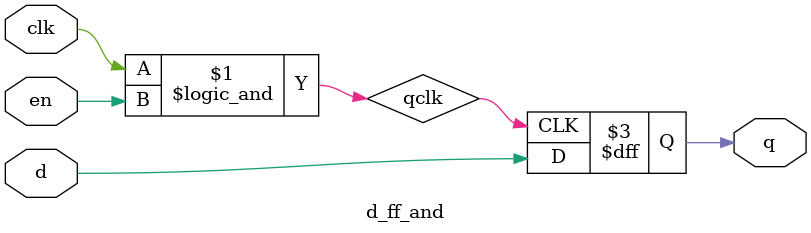
<source format=v>
module d_ff_and(
	input clk,
	input en,
	input d,
	output q);

wire qclk;
reg q;

assign qclk = clk && en;

always @(posedge qclk)
begin
	q<=d;
end

endmodule



</source>
